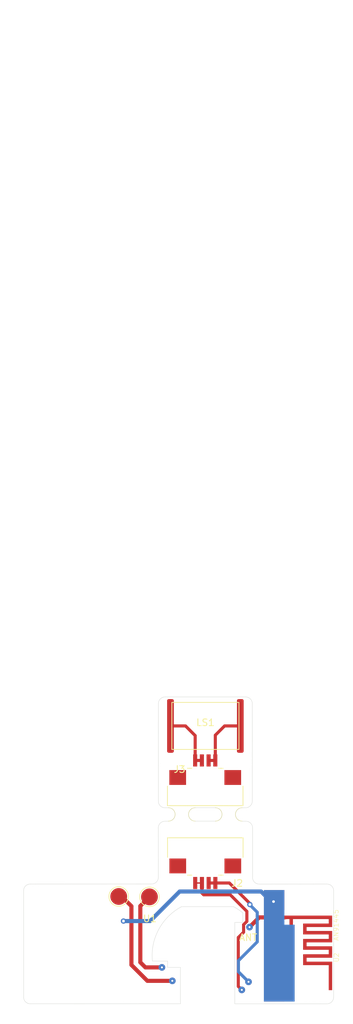
<source format=kicad_pcb>
(kicad_pcb (version 20211014) (generator pcbnew)
  (layers (0 "F.Cu" signal) (31 "B.Cu" signal) (34 "B.Paste" user) (35 "F.Paste" user) (36 "B.SilkS" user "B.Silkscreen") (37 "F.SilkS" user "F.Silkscreen") (38 "B.Mask" user) (39 "F.Mask" user) (44 "Edge.Cuts" user))
  (net 0 "")
  (net 1 "/BT_SPK-")
  (net 2 "/BT_SPK+")
  (net 3 "/SPK-")
  (net 4 "/SPK+")
  (net 5 "/BATT+")
  (net 6 "GND")
  (net 7 "Net-(U1-Pad1)")
  (footprint "MySymbols:bt_player" (layer "F.Cu") (at 154.184151 115.48892 180)
    (fp_text reference "U1" (at 8.6 5.5) (layer "F.SilkS"))
    (fp_text value "bt_player")
    (fp_text user "ANT" (at -6.05 2.7) (layer "F.SilkS"))
    (pad "1" thru_hole circle locked (at -6.25 4.25 180) (size 1 1) (drill 0.3) (layers *.Cu *.Mask) (net 7 "Net-(U1-Pad1)"))
    (pad "2" thru_hole circle locked (at -6.1 -3.9 180) (size 1 1) (drill 0.3) (layers *.Cu *.Mask) (net 2 "/BT_SPK+"))
    (pad "3" thru_hole circle locked (at -5.1 -5.1 180) (size 1 1) (drill 0.3) (layers *.Cu *.Mask) (net 1 "/BT_SPK-"))
    (pad "4" thru_hole circle locked (at 5.25 -3.75 180) (size 1 1) (drill 0.3) (layers *.Cu *.Mask) (net 6 "GND"))
    (pad "5" thru_hole circle locked (at 6.8 -1.75 180) (size 1 1) (drill 0.3) (layers *.Cu *.Mask) (net 5 "/BATT+"))
  )
  (footprint "MountingHole:MountingHole_2.1mm" (layer "F.Cu") (at 128.524 106.5276)
    (fp_text reference "H1" hide)
    (fp_text value "MountingHole")
    (pad "" np_thru_hole circle locked (at 0 0) (size 2.1 2.1) (drill 2.1) (layers *.Cu *.Mask))
  )
  (footprint "MountingHole:MountingHole_2.1mm" (layer "F.Cu") (at 128.41732 120.91416)
    (fp_text reference "H2" hide)
    (fp_text value "MountingHole")
    (pad "" np_thru_hole circle locked (at 0 0) (size 2.1 2.1) (drill 2.1) (layers *.Cu *.Mask))
  )
  (footprint "MountingHole:MountingHole_2.1mm" (layer "F.Cu") (at 159.64 86.58)
    (fp_text reference "H3" hide)
    (fp_text value "MountingHole")
    (pad "" np_thru_hole circle locked (at 0 0) (size 2.1 2.1) (drill 2.1) (layers *.Cu *.Mask))
  )
  (footprint "MountingHole:MountingHole_2.1mm" (layer "F.Cu") (at 148.13 86.55)
    (fp_text reference "H4" hide)
    (fp_text value "MountingHole")
    (pad "" np_thru_hole circle locked (at 0 0) (size 2.1 2.1) (drill 2.1) (layers *.Cu *.Mask))
  )
  (footprint "MountingHole:MountingHole_2.1mm" (layer "F.Cu") (at 170.72 107.42)
    (fp_text reference "H7" hide)
    (fp_text value "MountingHole")
    (pad "" np_thru_hole circle locked (at 0 0) (size 2.1 2.1) (drill 2.1) (layers *.Cu *.Mask))
  )
  (footprint "MountingHole:MountingHole_2.1mm" (layer "F.Cu") (at 169.45 120.98)
    (fp_text reference "H9" hide)
    (fp_text value "MountingHole")
    (pad "" np_thru_hole circle locked (at 0 0) (size 2.1 2.1) (drill 2.1) (layers *.Cu *.Mask))
  )
  (footprint "MountingHole:MountingHole_2.1mm" (layer "F.Cu") (at 142.19936 121.00052)
    (fp_text reference "H10" hide)
    (fp_text value "MountingHole")
    (pad "" np_thru_hole circle locked (at 0 0) (size 2.1 2.1) (drill 2.1) (layers *.Cu *.Mask))
  )
  (footprint "TestPoint:TestPoint_Pad_D2.5mm" (layer "F.Cu") (at 145.53 106.74)
    (fp_text reference "TP1" hide)
    (fp_text value "TestPoint" hide)
    (fp_circle (center 0 0) (end 0 1.45) (layer "F.SilkS") (width 0.12) (fill none))
    (pad "1" smd circle (at 0 0) (size 2.5 2.5) (layers "F.Cu" "F.Mask") (net 5 "/BATT+"))
  )
  (footprint "TestPoint:TestPoint_Pad_D2.5mm" (layer "F.Cu") (at 140.95 106.68)
    (fp_text reference "TP2" hide)
    (fp_text value "TestPoint" hide)
    (fp_circle (center 0 0) (end 0 1.45) (layer "F.SilkS") (width 0.12) (fill none))
    (pad "1" smd circle (at 0 0) (size 2.5 2.5) (layers "F.Cu" "F.Mask") (net 6 "GND"))
  )
  (footprint "Connector_Samtec_ZF_smd:ZF1-04-02-T-WT" (layer "F.Cu") (at 152.3375 86.4282)
    (fp_text reference "J3" (at -2.3238 1.3284) (layer "F.SilkS"))
    (fp_text value "ZF1-04-02-T-WT" hide)
    (fp_line (start 4.156435 1.1684) (end 3.503764 1.1684) (layer "F.SilkS") (width 0.12))
    (fp_line (start -4.1261 6.731) (end 7.1261 6.731) (layer "F.SilkS") (width 0.12))
    (fp_line (start -4.1261 3.822307) (end -4.1261 6.731) (layer "F.SilkS") (width 0.12))
    (fp_line (start 7.1261 6.731) (end 7.1261 3.822307) (layer "F.SilkS") (width 0.12))
    (fp_line (start -0.503764 1.1684) (end -1.156435 1.1684) (layer "F.SilkS") (width 0.12))
    (pad "1" smd rect locked (at 0 0) (size 0.6096 1.8034) (layers "F.Cu" "F.Paste" "F.Mask") (net 3 "/SPK-"))
    (pad "2" smd rect locked (at 1.000001 0) (size 0.6096 1.8034) (layers "F.Cu" "F.Paste" "F.Mask") (net 3 "/SPK-"))
    (pad "3" smd rect locked (at 1.999999 0) (size 0.6096 1.8034) (layers "F.Cu" "F.Paste" "F.Mask") (net 4 "/SPK+"))
    (pad "4" smd rect locked (at 3 0) (size 0.6096 1.8034) (layers "F.Cu" "F.Paste" "F.Mask") (net 4 "/SPK+"))
    (pad "5" smd rect locked (at -2.599999 2.54) (size 2.4892 2.2098) (layers "F.Cu" "F.Paste" "F.Mask"))
    (pad "6" smd rect locked (at 5.599999 2.54) (size 2.4892 2.2098) (layers "F.Cu" "F.Paste" "F.Mask"))
  )
  (footprint "Buzzer_Beeper:Iphone-speaker" (layer "F.Cu") (at 153.86 81.29)
    (fp_text reference "LS1" (at 0 -0.5 unlocked) (layer "F.SilkS"))
    (fp_text value "Speaker")
    (fp_line (start 5 -3.5) (end 5 3.5) (layer "F.SilkS") (width 0.12))
    (fp_line (start -5 3.5) (end 5 3.5) (layer "F.SilkS") (width 0.12))
    (fp_line (start -5 -3.5) (end -5 3.5) (layer "F.SilkS") (width 0.12))
    (fp_line (start -5 -3.5) (end 5 -3.5) (layer "F.SilkS") (width 0.12))
    (pad "1" smd roundrect (at -5.2 0) (size 1 8) (layers "F.Cu" "F.Paste" "F.Mask") (net 3 "/SPK-"))
    (pad "2" smd roundrect (at 5.2 0) (size 1 8) (layers "F.Cu" "F.Paste" "F.Mask") (net 4 "/SPK+"))
  )
  (footprint "Panelization:mouse-bite-2mm-slot" (layer "F.Cu") (at 157.3375 94.464)
    (fp_text reference "mouse-bite-2mm-slot" hide)
    (fp_text value "VAL**" hide)
    (fp_arc (start -2 -1) (mid -1 0) (end -2 1) (layer "F.SilkS") (width 0.1))
    (fp_arc (start 2 1) (mid 1 0) (end 2 -1) (layer "F.SilkS") (width 0.1))
    (pad "" np_thru_hole circle locked (at 0.75 -0.75) (size 0.5 0.5) (drill 0.5) (layers *.Cu *.Mask))
    (pad "" np_thru_hole circle locked (at 0 -0.75) (size 0.5 0.5) (drill 0.5) (layers *.Cu *.Mask))
    (pad "" np_thru_hole circle locked (at -0.75 -0.75) (size 0.5 0.5) (drill 0.5) (layers *.Cu *.Mask))
    (pad "" np_thru_hole circle locked (at 0 0.75) (size 0.5 0.5) (drill 0.5) (layers *.Cu *.Mask))
    (pad "" np_thru_hole circle locked (at 0.75 0.75) (size 0.5 0.5) (drill 0.5) (layers *.Cu *.Mask))
    (pad "" np_thru_hole circle locked (at -0.75 0.75) (size 0.5 0.5) (drill 0.5) (layers *.Cu *.Mask))
  )
  (footprint "Antennas:AN91445" (layer "F.Cu") (at 167.66 114.02 -90)
    (fp_text reference "U2" (at 1.75 -5.725 90) (layer "F.SilkS") (effects (font (size 0.7 0.7) (thickness 0.07))))
    (fp_text value "AN91445" (at -3.075 -5.675 90) (layer "F.SilkS") (effects (font (size 0.7 0.7) (thickness 0.07))))
    (fp_poly (pts (xy -2.794 -1.27) (xy -2.201333 -1.27) (xy -2.201333 -5.08) (xy -0.508 -5.08) (xy -0.508 -1.27) (xy 0.084667 -1.27) (xy 0.084667 -5.08) (xy 1.778 -5.08) (xy 1.778 -1.27) (xy 2.370667 -1.27) (xy 2.370667 -5.08) (xy 6.604 -5.08) (xy 6.604 -4.572) (xy 2.878667 -4.572) (xy 2.878667 -0.762) (xy 1.27 -0.762) (xy 1.27 -4.572) (xy 0.592667 -4.572) (xy 0.592667 -0.762) (xy -1.016 -0.762) (xy -1.016 -4.572) (xy -1.693333 -4.572) (xy -1.693333 -0.762) (xy -3.302 -0.762) (xy -3.302 -4.572) (xy -3.979333 -4.572) (xy -3.979333 0.762) (xy 2.963333 0.762) (xy 2.963333 1.27) (xy -3.979333 1.27) (xy -3.979333 1.653414) (xy -3.907973 2.095015) (xy -3.725333 2.539999) (xy -3.616882 2.765026) (xy -3.544645 2.958245) (xy -3.501305 3.163499) (xy -3.479541 3.424628) (xy -3.472037 3.785474) (xy -3.471333 4.061585) (xy -3.471333 5.08) (xy -4.995333 5.08) (xy -4.995333 4.103918) (xy -4.992428 3.672772) (xy -4.978472 3.36516) (xy -4.945608 3.135313) (xy -4.885975 2.937464) (xy -4.791715 2.725844) (xy -4.741333 2.624666) (xy -4.487333 2.121495) (xy -4.487333 -5.08) (xy -2.794 -5.08) (xy -2.794 -1.27)) (layer "F.Cu") (width 0.01) (fill solid))
    (fp_poly (pts (xy -5.334 5.08) (xy -8.297333 5.08) (xy -8.297333 2.032) (xy -5.334 2.032) (xy -5.334 5.08)) (layer "F.Cu") (width 0.01) (fill solid))
    (fp_poly (pts (xy 8.297333 5.08) (xy -3.132667 5.08) (xy -3.132667 2.032) (xy 8.297333 2.032) (xy 8.297333 5.08)) (layer "F.Cu") (width 0.01) (fill solid))
    (fp_poly (pts (xy 8.297333 5.086) (xy -8.297333 5.086) (xy -8.297333 2.038) (xy -3.132667 2.038) (xy -3.132667 0.514) (xy 8.297333 0.514) (xy 8.297333 5.086)) (layer "B.Cu") (width 0.01) (fill solid))
    (pad "1" smd circle locked (at -4.225 4.525 270) (size 1 1) (layers "F.Cu" "F.Paste") (net 7 "Net-(U1-Pad1)"))
    (pad "2" smd circle locked (at -6 4.525 270) (size 1 1) (layers "F.Cu" "F.Paste") (net 6 "GND"))
  )
  (footprint "Panelization:mouse-bite-2mm-slot" (layer "F.Cu") (at 150.3513 94.4642)
    (fp_text reference "mouse-bite-2mm-slot" hide)
    (fp_text value "VAL**" hide)
    (fp_arc (start 2 1) (mid 1 0) (end 2 -1) (layer "F.SilkS") (width 0.1))
    (fp_arc (start -2 -1) (mid -1 0) (end -2 1) (layer "F.SilkS") (width 0.1))
    (pad "" np_thru_hole circle locked (at 0 0.75) (size 0.5 0.5) (drill 0.5) (layers *.Cu *.Mask))
    (pad "" np_thru_hole circle locked (at 0.75 0.75) (size 0.5 0.5) (drill 0.5) (layers *.Cu *.Mask))
    (pad "" np_thru_hole circle locked (at -0.75 -0.75) (size 0.5 0.5) (drill 0.5) (layers *.Cu *.Mask))
    (pad "" np_thru_hole circle locked (at 0.75 -0.75) (size 0.5 0.5) (drill 0.5) (layers *.Cu *.Mask))
    (pad "" np_thru_hole circle locked (at -0.75 0.75) (size 0.5 0.5) (drill 0.5) (layers *.Cu *.Mask))
    (pad "" np_thru_hole circle locked (at 0 -0.75) (size 0.5 0.5) (drill 0.5) (layers *.Cu *.Mask))
  )
  (footprint "Connector_Samtec_ZF_smd:ZF1-04-02-T-WT" (layer "F.Cu") (at 155.3464 104.6734 180)
    (fp_text reference "J2" (at -3.2468 -0.0324) (layer "F.SilkS"))
    (fp_text value "ZF1-04-02-T-WT" hide)
    (fp_line (start -4.1261 6.731) (end 7.1261 6.731) (layer "F.SilkS") (width 0.12))
    (fp_line (start -0.503764 1.1684) (end -1.156435 1.1684) (layer "F.SilkS") (width 0.12))
    (fp_line (start -4.1261 3.822307) (end -4.1261 6.731) (layer "F.SilkS") (width 0.12))
    (fp_line (start 7.1261 6.731) (end 7.1261 3.822307) (layer "F.SilkS") (width 0.12))
    (fp_line (start 4.156435 1.1684) (end 3.503764 1.1684) (layer "F.SilkS") (width 0.12))
    (pad "1" smd rect locked (at 0 0 180) (size 0.6096 1.8034) (layers "F.Cu" "F.Paste" "F.Mask") (net 2 "/BT_SPK+"))
    (pad "2" smd rect locked (at 1.000001 0 180) (size 0.6096 1.8034) (layers "F.Cu" "F.Paste" "F.Mask") (net 2 "/BT_SPK+"))
    (pad "3" smd rect locked (at 1.999999 0 180) (size 0.6096 1.8034) (layers "F.Cu" "F.Paste" "F.Mask") (net 1 "/BT_SPK-"))
    (pad "4" smd rect locked (at 3 0 180) (size 0.6096 1.8034) (layers "F.Cu" "F.Paste" "F.Mask") (net 1 "/BT_SPK-"))
    (pad "5" smd rect locked (at -2.599999 2.54 180) (size 2.4892 2.2098) (layers "F.Cu" "F.Paste" "F.Mask"))
    (pad "6" smd rect locked (at 5.599999 2.54 180) (size 2.4892 2.2098) (layers "F.Cu" "F.Paste" "F.Mask"))
  )
  (gr_line (start 148.22932 116.30152) (end 145.965922 116.296169) (layer "Edge.Cuts") (width 0.05))
  (gr_line (start 148.22932 117.23624) (end 148.22932 116.30152) (layer "Edge.Cuts") (width 0.05))
  (gr_line (start 158.242 110.54) (end 159.4358 110.54) (layer "Edge.Cuts") (width 0.05))
  (gr_arc (start 161.89 104.835534) (mid 161.190064 104.55986) (end 160.89 103.87) (layer "Edge.Cuts") (width 0.05))
  (gr_line (start 146.852893 103.822893) (end 146.849307 96.465107) (layer "Edge.Cuts") (width 0.05))
  (gr_arc (start 159.3503 95.474098) (mid 158.350202 94.474) (end 159.3503 93.474) (layer "Edge.Cuts") (width 0.05))
  (gr_line (start 159.4358 110.54) (end 159.435799 109.118401) (layer "Edge.Cuts") (width 0.05))
  (gr_line (start 152.3503 95.464249) (end 155.331972 95.464) (layer "Edge.Cuts") (width 0.05))
  (gr_line (start 148.34 95.47385) (end 147.809991 95.47385) (layer "Edge.Cuts") (width 0.05))
  (gr_arc (start 146.849307 96.465107) (mid 147.128885 95.774907) (end 147.809991 95.47385) (layer "Edge.Cuts") (width 0.05))
  (gr_line (start 158.242 122.66) (end 158.242 110.54) (layer "Edge.Cuts") (width 0.05))
  (gr_arc (start 172.9629 121.662901) (mid 172.670007 122.370008) (end 171.9629 122.662901) (layer "Edge.Cuts") (width 0.05))
  (gr_arc (start 159.8475 76.974) (mid 160.554607 77.266893) (end 160.8475 77.974) (layer "Edge.Cuts") (width 0.05))
  (gr_arc (start 127.789936 122.655674) (mid 127.09 122.38) (end 126.789936 121.69014) (layer "Edge.Cuts") (width 0.05))
  (gr_arc (start 148.3503 93.47566) (mid 149.349073 94.479929) (end 148.34 95.47385) (layer "Edge.Cuts") (width 0.05))
  (gr_line (start 127.751103 104.82895) (end 145.852893 104.822893) (layer "Edge.Cuts") (width 0.05))
  (gr_line (start 159.89 95.474) (end 159.3447 95.473849) (layer "Edge.Cuts") (width 0.05))
  (gr_line (start 171.9629 122.662901) (end 158.242 122.66) (layer "Edge.Cuts") (width 0.05))
  (gr_line (start 148.22932 117.23624) (end 150.1394 117.23624) (layer "Edge.Cuts") (width 0.05))
  (gr_line (start 147.8575 76.974) (end 159.8475 76.974) (layer "Edge.Cuts") (width 0.05))
  (gr_line (start 150.31 108.2) (end 158.06 108.2) (layer "Edge.Cuts") (width 0.05))
  (gr_arc (start 145.965922 116.296169) (mid 146.907228 111.587723) (end 150.310001 108.200001) (layer "Edge.Cuts") (width 0.05))
  (gr_line (start 160.89 96.474) (end 160.89 103.87) (layer "Edge.Cuts") (width 0.05))
  (gr_line (start 150.1394 117.23624) (end 150.1394 122.65152) (layer "Edge.Cuts") (width 0.05))
  (gr_arc (start 158.060192 108.19964) (mid 158.771052 108.6245) (end 159.435799 109.118401) (layer "Edge.Cuts") (width 0.05))
  (gr_line (start 152.3503 93.464151) (end 155.337572 93.464151) (layer "Edge.Cuts") (width 0.05))
  (gr_arc (start 160.8447 92.474) (mid 160.551807 93.181107) (end 159.8447 93.474) (layer "Edge.Cuts") (width 0.05))
  (gr_line (start 148.3503 93.47566) (end 147.8559 93.47566) (layer "Edge.Cuts") (width 0.05))
  (gr_arc (start 147.8559 93.47566) (mid 147.155964 93.199986) (end 146.8559 92.510126) (layer "Edge.Cuts") (width 0.05))
  (gr_arc (start 155.337572 93.464151) (mid 156.337545 94.4669) (end 155.331972 95.464) (layer "Edge.Cuts") (width 0.05))
  (gr_line (start 172.9629 105.827119) (end 172.9629 121.662901) (layer "Edge.Cuts") (width 0.05))
  (gr_line (start 161.89 104.835534) (end 171.962893 104.827107) (layer "Edge.Cuts") (width 0.05))
  (gr_line (start 159.8447 93.474) (end 159.3503 93.474) (layer "Edge.Cuts") (width 0.05))
  (gr_line (start 146.8575 77.974) (end 146.8559 92.4988) (layer "Edge.Cuts") (width 0.05))
  (gr_arc (start 159.89 95.474) (mid 160.597107 95.766893) (end 160.89 96.474) (layer "Edge.Cuts") (width 0.05))
  (gr_arc (start 146.8575 77.974) (mid 147.150393 77.266893) (end 147.8575 76.974) (layer "Edge.Cuts") (width 0.05))
  (gr_arc (start 171.962893 104.827107) (mid 172.67 105.12) (end 172.962893 105.827107) (layer "Edge.Cuts") (width 0.05))
  (gr_arc (start 146.852893 103.822893) (mid 146.56 104.53) (end 145.852893 104.822893) (layer "Edge.Cuts") (width 0.05))
  (gr_line (start 160.8475 77.974) (end 160.8447 92.474) (layer "Edge.Cuts") (width 0.05))
  (gr_arc (start 152.3503 95.464249) (mid 151.350251 94.4642) (end 152.3503 93.464151) (layer "Edge.Cuts") (width 0.05))
  (gr_line (start 126.789936 121.69014) (end 126.790425 105.82021) (layer "Edge.Cuts") (width 0.05))
  (gr_arc (start 126.790425 105.82021) (mid 127.065467 105.125617) (end 127.751103 104.82895) (layer "Edge.Cuts") (width 0.05))
  (gr_line (start 150.1394 122.65152) (end 127.78994 122.655686) (layer "Edge.Cuts") (width 0.05))
  (segment (start 152.3464 104.6734) (end 153.346401 104.6734) (width 0.2) (layer "F.Cu") (net 1))
  (segment (start 158.76 112.79) (end 158.76 120.064769) (width 0.4572) (layer "F.Cu") (net 1))
  (segment (start 157.57 106.43) (end 160.04 108.9) (width 0.4572) (layer "F.Cu") (net 1))
  (segment (start 153.6 106.43) (end 157.57 106.43) (width 0.4572) (layer "F.Cu") (net 1))
  (segment (start 159.55364 110.874199) (end 159.55364 111.99636) (width 0.4572) (layer "F.Cu") (net 1))
  (segment (start 153.346401 106.176401) (end 153.6 106.43) (width 0.4572) (layer "F.Cu") (net 1))
  (segment (start 160.04 108.9) (end 160.04 110.387839) (width 0.4572) (layer "F.Cu") (net 1))
  (segment (start 158.76 120.064769) (end 159.284151 120.58892) (width 0.4572) (layer "F.Cu") (net 1))
  (segment (start 159.55364 111.99636) (end 158.76 112.79) (width 0.4572) (layer "F.Cu") (net 1))
  (segment (start 153.346401 104.6734) (end 153.346401 106.176401) (width 0.4572) (layer "F.Cu") (net 1))
  (segment (start 160.04 110.387839) (end 159.55364 110.874199) (width 0.4572) (layer "F.Cu") (net 1))
  (segment (start 154.346399 104.6734) (end 157.4334 104.6734) (width 0.4572) (layer "F.Cu") (net 2))
  (segment (start 159.049999 106.290008) (end 160.487817 107.727826) (width 0.4572) (layer "F.Cu") (net 2))
  (segment (start 160.48782 107.72782) (end 160.48782 107.884562) (width 0.2) (layer "F.Cu") (net 2))
  (segment (start 157.4334 104.6734) (end 159.05 106.29) (width 0.4572) (layer "F.Cu") (net 2))
  (via (at 160.48782 107.884562) (size 0.8) (drill 0.4) (layers "F.Cu" "B.Cu") (net 2))
  (segment (start 158.78 116.24) (end 161.58 113.44) (width 0.4572) (layer "B.Cu") (net 2))
  (segment (start 158.78 117.884769) (end 158.78 116.24) (width 0.4572) (layer "B.Cu") (net 2))
  (segment (start 161.58 113.44) (end 161.58 109.02) (width 0.4572) (layer "B.Cu") (net 2))
  (segment (start 160.284151 119.38892) (end 158.78 117.884769) (width 0.4572) (layer "B.Cu") (net 2))
  (segment (start 161.58 109.02) (end 160.47 107.91) (width 0.4572) (layer "B.Cu") (net 2))
  (segment (start 152.3375 82.7275) (end 150.9 81.29) (width 0.4572) (layer "F.Cu") (net 3))
  (segment (start 153.337489 86.428199) (end 152.337491 86.428199) (width 0.4572) (layer "F.Cu") (net 3))
  (segment (start 150.9 81.29) (end 148.66 81.29) (width 0.4572) (layer "F.Cu") (net 3))
  (segment (start 152.3375 86.4282) (end 152.3375 82.7275) (width 0.4572) (layer "F.Cu") (net 3))
  (segment (start 154.337487 86.428199) (end 155.33751 86.428199) (width 0.4572) (layer "F.Cu") (net 4))
  (segment (start 155.3375 82.6725) (end 156.72 81.29) (width 0.4572) (layer "F.Cu") (net 4))
  (segment (start 155.3375 86.4282) (end 155.3375 82.6725) (width 0.4572) (layer "F.Cu") (net 4))
  (segment (start 156.72 81.29) (end 159.06 81.29) (width 0.4572) (layer "F.Cu") (net 4))
  (segment (start 144.1704 116.4844) (end 144.1704 108.0996) (width 0.6096) (layer "F.Cu") (net 5))
  (segment (start 147.384151 117.23892) (end 144.92492 117.23892) (width 0.6096) (layer "F.Cu") (net 5))
  (segment (start 144.92492 117.23892) (end 144.1704 116.4844) (width 0.6096) (layer "F.Cu") (net 5))
  (segment (start 144.1704 108.0996) (end 145.53 106.74) (width 0.6096) (layer "F.Cu") (net 5))
  (segment (start 142.84452 108.12452) (end 141.4 106.68) (width 0.6096) (layer "F.Cu") (net 6))
  (segment (start 141.66548 110.34548) (end 141.66 110.34) (width 0.6096) (layer "F.Cu") (net 6))
  (segment (start 145.21296 119.23892) (end 142.84452 116.87048) (width 0.6096) (layer "F.Cu") (net 6))
  (segment (start 141.4 106.68) (end 140.95 106.68) (width 0.6096) (layer "F.Cu") (net 6))
  (segment (start 142.84452 116.87048) (end 142.84452 110.34548) (width 0.6096) (layer "F.Cu") (net 6))
  (segment (start 163.715 107.44) (end 163.135 108.02) (width 0.6096) (layer "F.Cu") (net 6))
  (segment (start 142.84452 110.34548) (end 142.84452 108.12452) (width 0.6096) (layer "F.Cu") (net 6))
  (segment (start 142.84452 110.34548) (end 141.66548 110.34548) (width 0.6096) (layer "F.Cu") (net 6))
  (segment (start 164.01 107.44) (end 163.715 107.44) (width 0.6096) (layer "F.Cu") (net 6))
  (segment (start 148.934151 119.23892) (end 145.21296 119.23892) (width 0.6096) (layer "F.Cu") (net 6))
  (via (at 164.01 107.44) (size 0.8) (drill 0.4) (layers "F.Cu" "B.Cu") (net 6))
  (via (at 141.66 110.34) (size 0.8) (drill 0.4) (layers "F.Cu" "B.Cu") (net 6))
  (segment (start 162.16 105.94) (end 163.57 107.35) (width 0.6096) (layer "B.Cu") (net 6))
  (segment (start 145.63 110.34) (end 150.03 105.94) (width 0.6096) (layer "B.Cu") (net 6))
  (segment (start 150.03 105.94) (end 162.16 105.94) (width 0.6096) (layer "B.Cu") (net 6))
  (segment (start 163.66 107.44) (end 164.01 107.44) (width 0.6096) (layer "B.Cu") (net 6))
  (segment (start 141.66 110.34) (end 145.63 110.34) (width 0.6096) (layer "B.Cu") (net 6))
  (segment (start 163.57 107.35) (end 163.66 107.44) (width 0.6096) (layer "B.Cu") (net 6))
  (segment (start 160.434151 111.23892) (end 161.878071 109.795) (width 0.6096) (layer "F.Cu") (net 7))
  (segment (start 161.878071 109.795) (end 163.135 109.795) (width 0.6096) (layer "F.Cu") (net 7))
)
</source>
